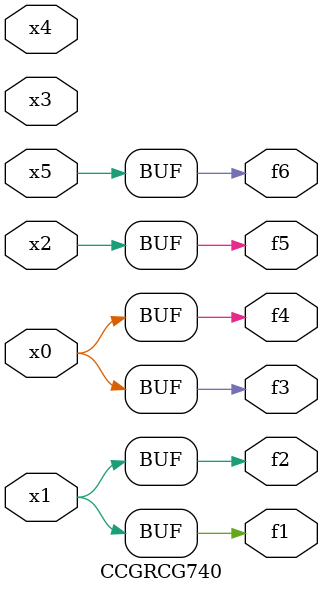
<source format=v>
module CCGRCG740(
	input x0, x1, x2, x3, x4, x5,
	output f1, f2, f3, f4, f5, f6
);
	assign f1 = x1;
	assign f2 = x1;
	assign f3 = x0;
	assign f4 = x0;
	assign f5 = x2;
	assign f6 = x5;
endmodule

</source>
